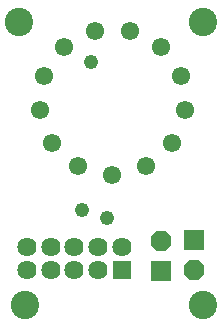
<source format=gbs>
G75*
%MOIN*%
%OFA0B0*%
%FSLAX24Y24*%
%IPPOS*%
%LPD*%
%AMOC8*
5,1,8,0,0,1.08239X$1,22.5*
%
%ADD10C,0.0946*%
%ADD11R,0.0640X0.0640*%
%ADD12C,0.0640*%
%ADD13R,0.0680X0.0680*%
%ADD14OC8,0.0680*%
%ADD15C,0.0611*%
%ADD16C,0.0480*%
D10*
X000887Y000754D03*
X006793Y000754D03*
X006793Y010202D03*
X000691Y010202D03*
D11*
X004096Y001915D03*
D12*
X004096Y002702D03*
X003309Y002702D03*
X003309Y001915D03*
X002521Y001915D03*
X002521Y002702D03*
X001734Y002702D03*
X001734Y001915D03*
X000946Y001915D03*
X000946Y002702D03*
D13*
X005419Y001887D03*
X006517Y002907D03*
D14*
X006517Y001907D03*
X005419Y002887D03*
D15*
X003785Y005096D03*
X002653Y005375D03*
X001779Y006149D03*
X001366Y007239D03*
X001506Y008397D03*
X002169Y009357D03*
X003202Y009899D03*
X004368Y009899D03*
X005401Y009357D03*
X006064Y008397D03*
X006204Y007239D03*
X005791Y006149D03*
X004918Y005375D03*
D16*
X003621Y003642D03*
X002783Y003917D03*
X003059Y008856D03*
M02*

</source>
